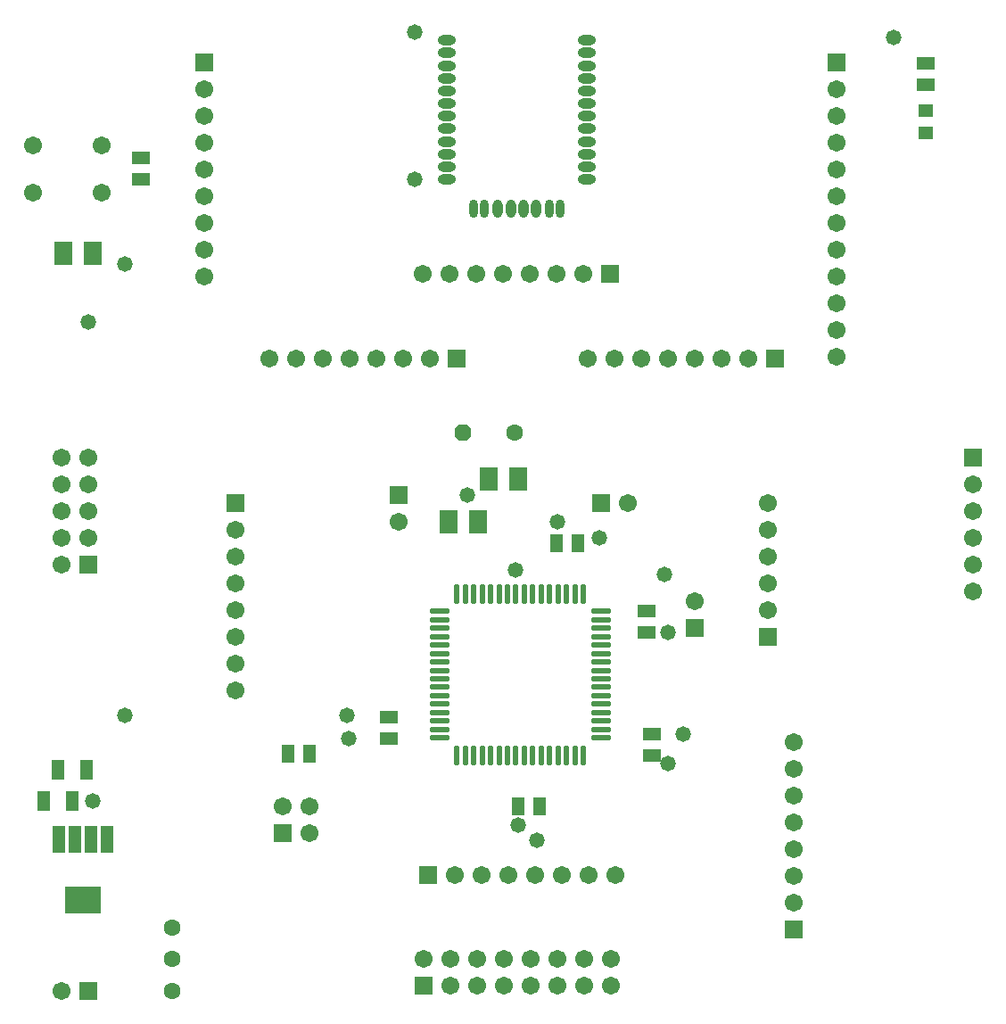
<source format=gts>
G04 Layer_Color=8388736*
%FSLAX25Y25*%
%MOIN*%
G70*
G01*
G75*
%ADD36O,0.07690X0.02178*%
%ADD37O,0.02178X0.07690*%
%ADD38R,0.06800X0.08800*%
%ADD39R,0.06800X0.04800*%
%ADD40R,0.04800X0.06800*%
%ADD41O,0.06706X0.03753*%
%ADD42O,0.03359X0.06706*%
%ADD43O,0.03753X0.06706*%
%ADD44R,0.05524X0.05131*%
%ADD45R,0.05131X0.07493*%
%ADD46R,0.04737X0.10249*%
%ADD47R,0.13398X0.10249*%
%ADD48R,0.06706X0.06706*%
%ADD49C,0.06706*%
%ADD50R,0.06706X0.06706*%
%ADD51P,0.06832X8X22.5*%
%ADD52C,0.06312*%
%ADD53C,0.05800*%
D36*
X166732Y165354D02*
D03*
Y162205D02*
D03*
Y159055D02*
D03*
Y155905D02*
D03*
Y152756D02*
D03*
Y149606D02*
D03*
Y146457D02*
D03*
Y143307D02*
D03*
Y140157D02*
D03*
Y137008D02*
D03*
Y133858D02*
D03*
Y130709D02*
D03*
Y127559D02*
D03*
Y124409D02*
D03*
Y121260D02*
D03*
Y118110D02*
D03*
X226969D02*
D03*
Y121260D02*
D03*
Y124409D02*
D03*
Y127559D02*
D03*
Y130709D02*
D03*
Y133858D02*
D03*
Y137008D02*
D03*
Y140157D02*
D03*
Y143307D02*
D03*
Y146457D02*
D03*
Y149606D02*
D03*
Y152756D02*
D03*
Y155905D02*
D03*
Y159055D02*
D03*
Y162205D02*
D03*
Y165354D02*
D03*
D37*
X173228Y111614D02*
D03*
X176378D02*
D03*
X179528D02*
D03*
X182677D02*
D03*
X185827D02*
D03*
X188976D02*
D03*
X192126D02*
D03*
X195276D02*
D03*
X198425D02*
D03*
X201575D02*
D03*
X204724D02*
D03*
X207874D02*
D03*
X211024D02*
D03*
X214173D02*
D03*
X217323D02*
D03*
X220472D02*
D03*
Y171850D02*
D03*
X217323D02*
D03*
X214173D02*
D03*
X211024D02*
D03*
X207874D02*
D03*
X204724D02*
D03*
X201575D02*
D03*
X198425D02*
D03*
X195276D02*
D03*
X192126D02*
D03*
X188976D02*
D03*
X185827D02*
D03*
X182677D02*
D03*
X179528D02*
D03*
X176378D02*
D03*
X173228D02*
D03*
D38*
X195972Y214866D02*
D03*
X184972D02*
D03*
X181102Y198819D02*
D03*
X170102D02*
D03*
X25996Y299213D02*
D03*
X36996D02*
D03*
D39*
X244094Y165480D02*
D03*
Y157480D02*
D03*
X246063Y119614D02*
D03*
Y111614D02*
D03*
X348425Y362142D02*
D03*
Y370142D02*
D03*
X147638Y117984D02*
D03*
Y125984D02*
D03*
X55118Y326709D02*
D03*
Y334709D02*
D03*
D40*
X118173Y112205D02*
D03*
X110173D02*
D03*
X204142Y92583D02*
D03*
X196142D02*
D03*
X210504Y190945D02*
D03*
X218504D02*
D03*
D41*
X169291Y378740D02*
D03*
Y374016D02*
D03*
Y369291D02*
D03*
Y364567D02*
D03*
Y359842D02*
D03*
Y355118D02*
D03*
Y350394D02*
D03*
Y345669D02*
D03*
Y340945D02*
D03*
Y336221D02*
D03*
Y331496D02*
D03*
Y326772D02*
D03*
X221654D02*
D03*
Y331496D02*
D03*
Y336221D02*
D03*
Y340945D02*
D03*
Y345669D02*
D03*
Y350394D02*
D03*
Y355118D02*
D03*
Y359842D02*
D03*
Y364567D02*
D03*
Y369291D02*
D03*
Y374016D02*
D03*
Y378740D02*
D03*
D42*
X207874Y315748D02*
D03*
X183465D02*
D03*
X211811D02*
D03*
X179528D02*
D03*
D43*
X202756D02*
D03*
X193307D02*
D03*
X198031D02*
D03*
X188583D02*
D03*
D44*
X348425Y344291D02*
D03*
Y352559D02*
D03*
D45*
X24213Y106299D02*
D03*
X34843D02*
D03*
X18898Y94488D02*
D03*
X29528D02*
D03*
D46*
X42323Y80315D02*
D03*
X36417D02*
D03*
X30512D02*
D03*
X24606D02*
D03*
D47*
X33465Y57480D02*
D03*
D48*
X262283Y159291D02*
D03*
X314961Y370394D02*
D03*
X78740D02*
D03*
X151575Y208661D02*
D03*
X299213Y46614D02*
D03*
X366142Y222913D02*
D03*
X90551Y205669D02*
D03*
X35433Y182913D02*
D03*
X289370Y155669D02*
D03*
D49*
X262283Y169291D02*
D03*
X314961Y260394D02*
D03*
Y270394D02*
D03*
Y280394D02*
D03*
Y290394D02*
D03*
Y300394D02*
D03*
Y310394D02*
D03*
Y320394D02*
D03*
Y330394D02*
D03*
Y340394D02*
D03*
Y350394D02*
D03*
Y360394D02*
D03*
X78740Y350394D02*
D03*
Y340394D02*
D03*
Y330394D02*
D03*
Y320394D02*
D03*
Y310394D02*
D03*
Y300394D02*
D03*
Y290394D02*
D03*
Y360394D02*
D03*
X220472Y291339D02*
D03*
X210472D02*
D03*
X200472D02*
D03*
X190472D02*
D03*
X180472D02*
D03*
X170472D02*
D03*
X160472D02*
D03*
X118110Y92520D02*
D03*
Y82520D02*
D03*
X108110Y92520D02*
D03*
X151575Y198661D02*
D03*
X236968Y205669D02*
D03*
X299213Y56614D02*
D03*
Y66614D02*
D03*
Y76614D02*
D03*
Y86614D02*
D03*
Y96614D02*
D03*
Y106614D02*
D03*
Y116614D02*
D03*
X172598Y66929D02*
D03*
X182598D02*
D03*
X192598D02*
D03*
X202598D02*
D03*
X212598D02*
D03*
X222598D02*
D03*
X232598D02*
D03*
X366142Y212913D02*
D03*
Y202913D02*
D03*
Y192913D02*
D03*
Y182913D02*
D03*
Y172913D02*
D03*
X90551Y195669D02*
D03*
Y185669D02*
D03*
Y175669D02*
D03*
Y165669D02*
D03*
Y155669D02*
D03*
Y145669D02*
D03*
Y135669D02*
D03*
X25433Y222913D02*
D03*
X35433D02*
D03*
X25433Y212913D02*
D03*
X35433D02*
D03*
X25433Y202913D02*
D03*
X35433D02*
D03*
X25433Y192913D02*
D03*
X35433D02*
D03*
X25433Y182913D02*
D03*
X160787Y35433D02*
D03*
X170787Y25433D02*
D03*
Y35433D02*
D03*
X180787Y25433D02*
D03*
Y35433D02*
D03*
X190787Y25433D02*
D03*
Y35433D02*
D03*
X200787Y25433D02*
D03*
Y35433D02*
D03*
X210787Y25433D02*
D03*
Y35433D02*
D03*
X220787Y25433D02*
D03*
Y35433D02*
D03*
X230787Y25433D02*
D03*
Y35433D02*
D03*
X282283Y259842D02*
D03*
X272284D02*
D03*
X262283D02*
D03*
X252284D02*
D03*
X242284D02*
D03*
X232283D02*
D03*
X222284D02*
D03*
X163228D02*
D03*
X153228D02*
D03*
X143228D02*
D03*
X133228D02*
D03*
X123228D02*
D03*
X113228D02*
D03*
X103228D02*
D03*
X289370Y165669D02*
D03*
Y175669D02*
D03*
Y185669D02*
D03*
Y195669D02*
D03*
Y205669D02*
D03*
X14764Y339567D02*
D03*
Y321850D02*
D03*
X40354Y339567D02*
D03*
Y321850D02*
D03*
X25591Y23622D02*
D03*
D50*
X230472Y291339D02*
D03*
X108110Y82520D02*
D03*
X226969Y205669D02*
D03*
X162598Y66929D02*
D03*
X160787Y25433D02*
D03*
X292284Y259842D02*
D03*
X173228D02*
D03*
X35591Y23622D02*
D03*
D51*
X175433Y232283D02*
D03*
D52*
X194646D02*
D03*
X66929Y47244D02*
D03*
Y23622D02*
D03*
Y35433D02*
D03*
D53*
X36991Y94601D02*
D03*
X132649Y117984D02*
D03*
X35591Y273622D02*
D03*
X49213Y295276D02*
D03*
X176976Y208661D02*
D03*
X195276Y180709D02*
D03*
X336614Y379921D02*
D03*
X157480Y326772D02*
D03*
Y381890D02*
D03*
X49213Y126378D02*
D03*
X132255D02*
D03*
X196142Y85354D02*
D03*
X203157Y79724D02*
D03*
X257874Y119614D02*
D03*
X252284Y108583D02*
D03*
Y157480D02*
D03*
X250902Y179058D02*
D03*
X226378Y192913D02*
D03*
X210787Y198661D02*
D03*
M02*

</source>
